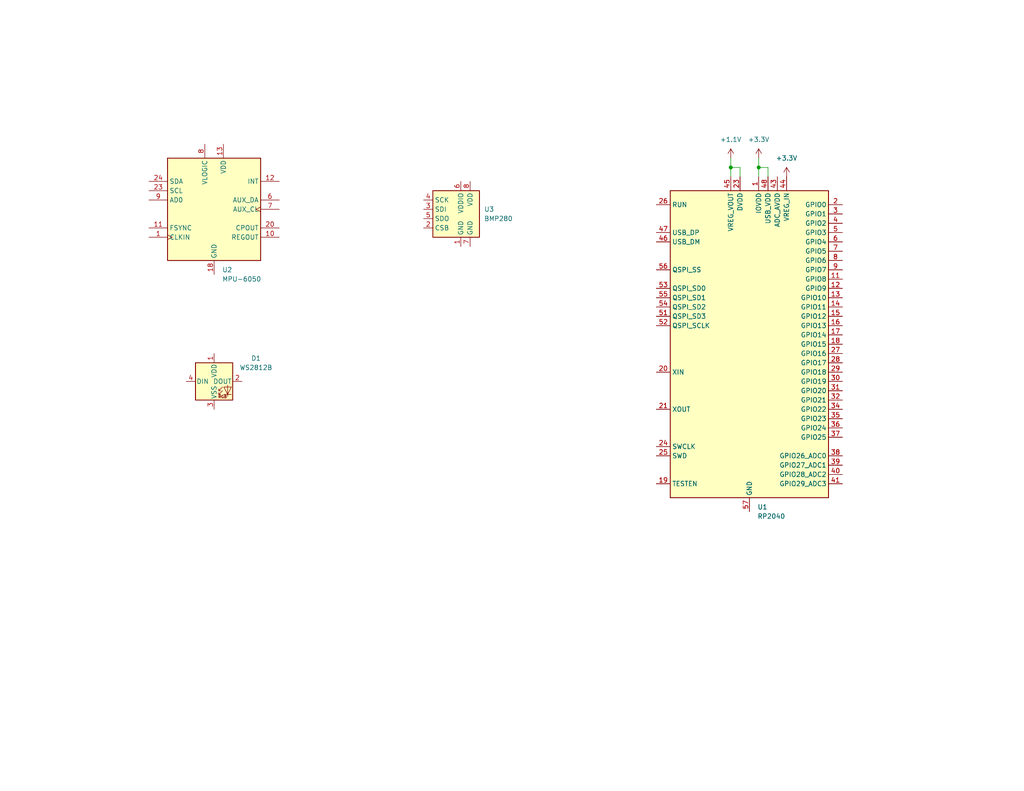
<source format=kicad_sch>
(kicad_sch (version 20231120) (generator "eeschema") (generator_version "8.0")
  (paper "USLetter")
  (title_block (title "Eagle Flight Computer"))
  (lib_symbols
    (symbol "LED:WS2812B" (pin_names (offset 0.254))
      (property "Reference" "D" (at 5.08 5.715 0))
      (property "Value" "WS2812B" (at 1.27 -5.715 0))
      (symbol "WS2812B_0_0"
        (text "RGB" (at 2.286 -4.191 0) (effects (font (size 0.762 0.762))))
      )
      (symbol "WS2812B_0_1"
        (polyline (pts (xy 1.27 -3.556) (xy 1.778 -3.556)))
        (polyline (pts (xy 1.27 -2.54) (xy 1.778 -2.54)))
        (polyline (pts (xy 4.699 -3.556) (xy 2.667 -3.556)))
        (polyline (pts (xy 2.286 -2.54) (xy 1.27 -3.556) (xy 1.27 -3.048)))
        (polyline (pts (xy 2.286 -1.524) (xy 1.27 -2.54) (xy 1.27 -2.032)))
        (polyline (pts (xy 3.683 -1.016) (xy 3.683 -3.556) (xy 3.683 -4.064)))
        (polyline (pts (xy 4.699 -1.524) (xy 2.667 -1.524) (xy 3.683 -3.556) (xy 4.699 -1.524)))
        (rectangle (start 5.08 5.08) (end -5.08 -5.08) (stroke (width 0.254)) (fill (type background)))
      )
      (symbol "WS2812B_1_1"
        (pin power_in line (at 0 7.62 270) (length 2.54) (name "VDD") (number "1"))
        (pin output line (at 7.62 0 180) (length 2.54) (name "DOUT") (number "2"))
        (pin power_in line (at 0 -7.62 90) (length 2.54) (name "VSS") (number "3"))
        (pin input line (at -7.62 0 0) (length 2.54) (name "DIN") (number "4"))
      )
    )
    (symbol "MCU_RaspberryPi:RP2040"
      (property "Reference" "U" (at 17.78 45.72 0))
      (property "Value" "RP2040" (at 17.78 43.18 0))
      (symbol "RP2040_0_1"
        (rectangle (start -21.59 41.91) (end 21.59 -41.91) (stroke (width 0.254)) (fill (type background)))
      )
      (symbol "RP2040_1_1"
        (pin power_in line (at 2.54 45.72 270) (length 3.81) (name "IOVDD") (number "1"))
        (pin passive line (at 2.54 45.72 270) (length 3.81) hide (name "IOVDD") (number "10"))
        (pin bidirectional line (at 25.4 17.78 180) (length 3.81) (name "GPIO8") (number "11"))
        (pin bidirectional line (at 25.4 15.24 180) (length 3.81) (name "GPIO9") (number "12"))
        (pin bidirectional line (at 25.4 12.7 180) (length 3.81) (name "GPIO10") (number "13"))
        (pin bidirectional line (at 25.4 10.16 180) (length 3.81) (name "GPIO11") (number "14"))
        (pin bidirectional line (at 25.4 7.62 180) (length 3.81) (name "GPIO12") (number "15"))
        (pin bidirectional line (at 25.4 5.08 180) (length 3.81) (name "GPIO13") (number "16"))
        (pin bidirectional line (at 25.4 2.54 180) (length 3.81) (name "GPIO14") (number "17"))
        (pin bidirectional line (at 25.4 0 180) (length 3.81) (name "GPIO15") (number "18"))
        (pin input line (at -25.4 -38.1 0) (length 3.81) (name "TESTEN") (number "19"))
        (pin bidirectional line (at 25.4 38.1 180) (length 3.81) (name "GPIO0") (number "2"))
        (pin input line (at -25.4 -7.62 0) (length 3.81) (name "XIN") (number "20"))
        (pin passive line (at -25.4 -17.78 0) (length 3.81) (name "XOUT") (number "21"))
        (pin passive line (at 2.54 45.72 270) (length 3.81) hide (name "IOVDD") (number "22"))
        (pin power_in line (at -2.54 45.72 270) (length 3.81) (name "DVDD") (number "23"))
        (pin input line (at -25.4 -27.94 0) (length 3.81) (name "SWCLK") (number "24"))
        (pin bidirectional line (at -25.4 -30.48 0) (length 3.81) (name "SWD") (number "25"))
        (pin input line (at -25.4 38.1 0) (length 3.81) (name "RUN") (number "26"))
        (pin bidirectional line (at 25.4 -2.54 180) (length 3.81) (name "GPIO16") (number "27"))
        (pin bidirectional line (at 25.4 -5.08 180) (length 3.81) (name "GPIO17") (number "28"))
        (pin bidirectional line (at 25.4 -7.62 180) (length 3.81) (name "GPIO18") (number "29"))
        (pin bidirectional line (at 25.4 35.56 180) (length 3.81) (name "GPIO1") (number "3"))
        (pin bidirectional line (at 25.4 -10.16 180) (length 3.81) (name "GPIO19") (number "30"))
        (pin bidirectional line (at 25.4 -12.7 180) (length 3.81) (name "GPIO20") (number "31"))
        (pin bidirectional line (at 25.4 -15.24 180) (length 3.81) (name "GPIO21") (number "32"))
        (pin passive line (at 2.54 45.72 270) (length 3.81) hide (name "IOVDD") (number "33"))
        (pin bidirectional line (at 25.4 -17.78 180) (length 3.81) (name "GPIO22") (number "34"))
        (pin bidirectional line (at 25.4 -20.32 180) (length 3.81) (name "GPIO23") (number "35"))
        (pin bidirectional line (at 25.4 -22.86 180) (length 3.81) (name "GPIO24") (number "36"))
        (pin bidirectional line (at 25.4 -25.4 180) (length 3.81) (name "GPIO25") (number "37"))
        (pin bidirectional line (at 25.4 -30.48 180) (length 3.81) (name "GPIO26_ADC0") (number "38"))
        (pin bidirectional line (at 25.4 -33.02 180) (length 3.81) (name "GPIO27_ADC1") (number "39"))
        (pin bidirectional line (at 25.4 33.02 180) (length 3.81) (name "GPIO2") (number "4"))
        (pin bidirectional line (at 25.4 -35.56 180) (length 3.81) (name "GPIO28_ADC2") (number "40"))
        (pin bidirectional line (at 25.4 -38.1 180) (length 3.81) (name "GPIO29_ADC3") (number "41"))
        (pin passive line (at 2.54 45.72 270) (length 3.81) hide (name "IOVDD") (number "42"))
        (pin power_in line (at 7.62 45.72 270) (length 3.81) (name "ADC_AVDD") (number "43"))
        (pin power_in line (at 10.16 45.72 270) (length 3.81) (name "VREG_IN") (number "44"))
        (pin power_out line (at -5.08 45.72 270) (length 3.81) (name "VREG_VOUT") (number "45"))
        (pin bidirectional line (at -25.4 27.94 0) (length 3.81) (name "USB_DM") (number "46"))
        (pin bidirectional line (at -25.4 30.48 0) (length 3.81) (name "USB_DP") (number "47"))
        (pin power_in line (at 5.08 45.72 270) (length 3.81) (name "USB_VDD") (number "48"))
        (pin passive line (at 2.54 45.72 270) (length 3.81) hide (name "IOVDD") (number "49"))
        (pin bidirectional line (at 25.4 30.48 180) (length 3.81) (name "GPIO3") (number "5"))
        (pin passive line (at -2.54 45.72 270) (length 3.81) hide (name "DVDD") (number "50"))
        (pin bidirectional line (at -25.4 7.62 0) (length 3.81) (name "QSPI_SD3") (number "51"))
        (pin output line (at -25.4 5.08 0) (length 3.81) (name "QSPI_SCLK") (number "52"))
        (pin bidirectional line (at -25.4 15.24 0) (length 3.81) (name "QSPI_SD0") (number "53"))
        (pin bidirectional line (at -25.4 10.16 0) (length 3.81) (name "QSPI_SD2") (number "54"))
        (pin bidirectional line (at -25.4 12.7 0) (length 3.81) (name "QSPI_SD1") (number "55"))
        (pin bidirectional line (at -25.4 20.32 0) (length 3.81) (name "QSPI_SS") (number "56"))
        (pin power_in line (at 0 -45.72 90) (length 3.81) (name "GND") (number "57"))
        (pin bidirectional line (at 25.4 27.94 180) (length 3.81) (name "GPIO4") (number "6"))
        (pin bidirectional line (at 25.4 25.4 180) (length 3.81) (name "GPIO5") (number "7"))
        (pin bidirectional line (at 25.4 22.86 180) (length 3.81) (name "GPIO6") (number "8"))
        (pin bidirectional line (at 25.4 20.32 180) (length 3.81) (name "GPIO7") (number "9"))
      )
    )
    (symbol "Sensor_Motion:MPU-6050"
      (property "Reference" "U" (at -11.43 13.97 0))
      (property "Value" "MPU-6050" (at 7.62 -15.24 0))
      (symbol "MPU-6050_0_0"
        (text "" (at 12.7 -2.54 0) (effects (font (size 1.27 1.27))))
      )
      (symbol "MPU-6050_0_1"
        (rectangle (start -12.7 13.97) (end 12.7 -13.97) (stroke (width 0.254)) (fill (type background)))
      )
      (symbol "MPU-6050_1_1"
        (pin input clock (at -17.78 -7.62 0) (length 5.08) (name "CLKIN") (number "1"))
        (pin passive line (at 17.78 -7.62 180) (length 5.08) (name "REGOUT") (number "10"))
        (pin input line (at -17.78 -5.08 0) (length 5.08) (name "FSYNC") (number "11"))
        (pin output line (at 17.78 7.62 180) (length 5.08) (name "INT") (number "12"))
        (pin power_in line (at 2.54 17.78 270) (length 3.81) (name "VDD") (number "13"))
        (pin no_connect line (at -12.7 -10.16 0) (length 2.54) hide (name "NC") (number "14"))
        (pin no_connect line (at 12.7 12.7 180) (length 2.54) hide (name "NC") (number "15"))
        (pin no_connect line (at 12.7 10.16 180) (length 2.54) hide (name "NC") (number "16"))
        (pin no_connect line (at 12.7 5.08 180) (length 2.54) hide (name "NC") (number "17"))
        (pin power_in line (at 0 -17.78 90) (length 3.81) (name "GND") (number "18"))
        (pin no_connect line (at 12.7 -10.16 180) (length 2.54) hide (name "RESV") (number "19"))
        (pin no_connect line (at -12.7 12.7 0) (length 2.54) hide (name "NC") (number "2"))
        (pin passive line (at 17.78 -5.08 180) (length 5.08) (name "CPOUT") (number "20"))
        (pin no_connect line (at 12.7 -2.54 180) (length 2.54) hide (name "RESV") (number "21"))
        (pin no_connect line (at 12.7 -12.7 180) (length 2.54) hide (name "RESV") (number "22"))
        (pin input line (at -17.78 5.08 0) (length 5.08) (name "SCL") (number "23"))
        (pin bidirectional line (at -17.78 7.62 0) (length 5.08) (name "SDA") (number "24"))
        (pin no_connect line (at -12.7 10.16 0) (length 2.54) hide (name "NC") (number "3"))
        (pin no_connect line (at -12.7 0 0) (length 2.54) hide (name "NC") (number "4"))
        (pin no_connect line (at -12.7 -2.54 0) (length 2.54) hide (name "NC") (number "5"))
        (pin bidirectional line (at 17.78 2.54 180) (length 5.08) (name "AUX_DA") (number "6"))
        (pin output clock (at 17.78 0 180) (length 5.08) (name "AUX_CL") (number "7"))
        (pin power_in line (at -2.54 17.78 270) (length 3.81) (name "VLOGIC") (number "8"))
        (pin input line (at -17.78 2.54 0) (length 5.08) (name "AD0") (number "9"))
      )
    )
    (symbol "Sensor_Pressure:BMP280"
      (property "Reference" "U" (at -7.62 10.16 0))
      (property "Value" "BMP280" (at 5.08 10.16 0))
      (symbol "BMP280_0_1"
        (rectangle (start -7.62 -5.08) (end 5.08 7.62) (stroke (width 0.254)) (fill (type background)))
      )
      (symbol "BMP280_1_1"
        (pin power_in line (at 0 -7.62 90) (length 2.54) (name "GND") (number "1"))
        (pin input line (at -10.16 -2.54 0) (length 2.54) (name "CSB") (number "2"))
        (pin bidirectional line (at -10.16 2.54 0) (length 2.54) (name "SDI") (number "3"))
        (pin input line (at -10.16 5.08 0) (length 2.54) (name "SCK") (number "4"))
        (pin bidirectional line (at -10.16 0 0) (length 2.54) (name "SDO") (number "5"))
        (pin power_in line (at 0 10.16 270) (length 2.54) (name "VDDIO") (number "6"))
        (pin power_in line (at 2.54 -7.62 90) (length 2.54) (name "GND") (number "7"))
        (pin power_in line (at 2.54 10.16 270) (length 2.54) (name "VDD") (number "8"))
      )
    )
    (symbol "power:+3.3V" (power) (pin_numbers hide) (pin_names (offset 0) hide)
      (property "Value" "+3.3V" (at 0 3.556 0))
      (symbol "+3.3V_0_1"
        (polyline (pts (xy -0.762 1.27) (xy 0 2.54)))
        (polyline (pts (xy 0 0) (xy 0 2.54)))
        (polyline (pts (xy 0 2.54) (xy 0.762 1.27)))
      )
      (symbol "+3.3V_1_1"
        (pin power_in line (at 0 0 90) (length 0) (name "~") (number "1"))
      )
    )
  )
  (junction (at 207.01 45.72))
  (junction (at 199.39 45.72))
  (wire (pts (xy 209.55 48.26) (xy 209.55 45.72)))
  (wire (pts (xy 207.01 45.72) (xy 207.01 48.26)))
  (wire (pts (xy 199.39 45.72) (xy 199.39 48.26)))
  (wire (pts (xy 201.93 48.26) (xy 201.93 45.72)))
  (wire (pts (xy 207.01 43.18) (xy 207.01 45.72)))
  (wire (pts (xy 209.55 45.72) (xy 207.01 45.72)))
  (wire (pts (xy 199.39 43.18) (xy 199.39 45.72)))
  (wire (pts (xy 201.93 45.72) (xy 199.39 45.72)))
  (symbol (lib_id "Sensor_Pressure:BMP280") (at 125.73 59.69 0) (unit 1)
    (property "Reference" "U3" (at 132.08 57.1499 0) (effects (justify left)))
    (property "Value" "BMP280" (at 132.08 59.6899 0) (effects (justify left)))
    (property "Footprint" "Package_LGA:Bosch_LGA-8_2x2.5mm_P0.65mm_ClockwisePinNumbering" (effects (hide yes)))
    (property "Datasheet" "https://ae-bst.resource.bosch.com/media/_tech/media/datasheets/BST-BMP280-DS001.pdf" (effects (hide yes)))
    (property "Description" "Absolute Barometric Pressure Sensor, LGA-8" (effects (hide yes)))
  )
  (symbol (lib_id "power:+3.3V") (at 199.39 43.18 0) (unit 1)
    (property "Reference" "#PWR03" (effects (hide yes)))
    (property "Value" "+1.1V" (at 199.39 38.1 0))
    (property "Description" "Power symbol creates a global label with name \"+3.3V\"" (effects (hide yes)))
  )
  (symbol (lib_id "LED:WS2812B") (at 58.42 104.14 0) (unit 1)
    (property "Reference" "D1" (at 69.85 97.8214 0))
    (property "Value" "WS2812B" (at 69.85 100.3614 0))
    (property "Footprint" "LED_SMD:LED_WS2812B_PLCC4_5.0x5.0mm_P3.2mm" (effects (hide yes)))
    (property "Datasheet" "https://cdn-shop.adafruit.com/datasheets/WS2812B.pdf" (effects (hide yes)))
    (property "Description" "RGB LED with integrated controller" (effects (hide yes)))
  )
  (symbol (lib_id "MCU_RaspberryPi:RP2040") (at 204.47 93.98 0) (unit 1)
    (property "Reference" "U1" (at 206.6641 138.43 0) (effects (justify left)))
    (property "Value" "RP2040" (at 206.6641 140.97 0) (effects (justify left)))
    (property "Footprint" "Package_DFN_QFN:QFN-56-1EP_7x7mm_P0.4mm_EP3.2x3.2mm" (effects (hide yes)))
    (property "Datasheet" "https://datasheets.raspberrypi.com/rp2040/rp2040-datasheet.pdf" (effects (hide yes)))
    (property "Description" "A microcontroller by Raspberry Pi" (effects (hide yes)))
  )
  (symbol (lib_id "Sensor_Motion:MPU-6050") (at 58.42 57.15 0) (unit 1)
    (property "Reference" "U2" (at 60.6141 73.66 0) (effects (justify left)))
    (property "Value" "MPU-6050" (at 60.6141 76.2 0) (effects (justify left)))
    (property "Footprint" "Sensor_Motion:InvenSense_QFN-24_4x4mm_P0.5mm" (effects (hide yes)))
    (property "Datasheet" "https://invensense.tdk.com/wp-content/uploads/2015/02/MPU-6000-Datasheet1.pdf" (effects (hide yes)))
    (property "Description" "InvenSense 6-Axis Motion Sensor, Gyroscope, Accelerometer, I2C" (effects (hide yes)))
  )
  (symbol (lib_id "power:+3.3V") (at 214.63 48.26 0) (unit 1)
    (property "Reference" "#PWR02" (effects (hide yes)))
    (property "Value" "+3.3V" (at 214.63 43.18 0))
    (property "Description" "Power symbol creates a global label with name \"+3.3V\"" (effects (hide yes)))
  )
  (symbol (lib_id "power:+3.3V") (at 207.01 43.18 0) (unit 1)
    (property "Reference" "#PWR01" (effects (hide yes)))
    (property "Value" "+3.3V" (at 207.01 38.1 0))
    (property "Description" "Power symbol creates a global label with name \"+3.3V\"" (effects (hide yes)))
  )
)
</source>
